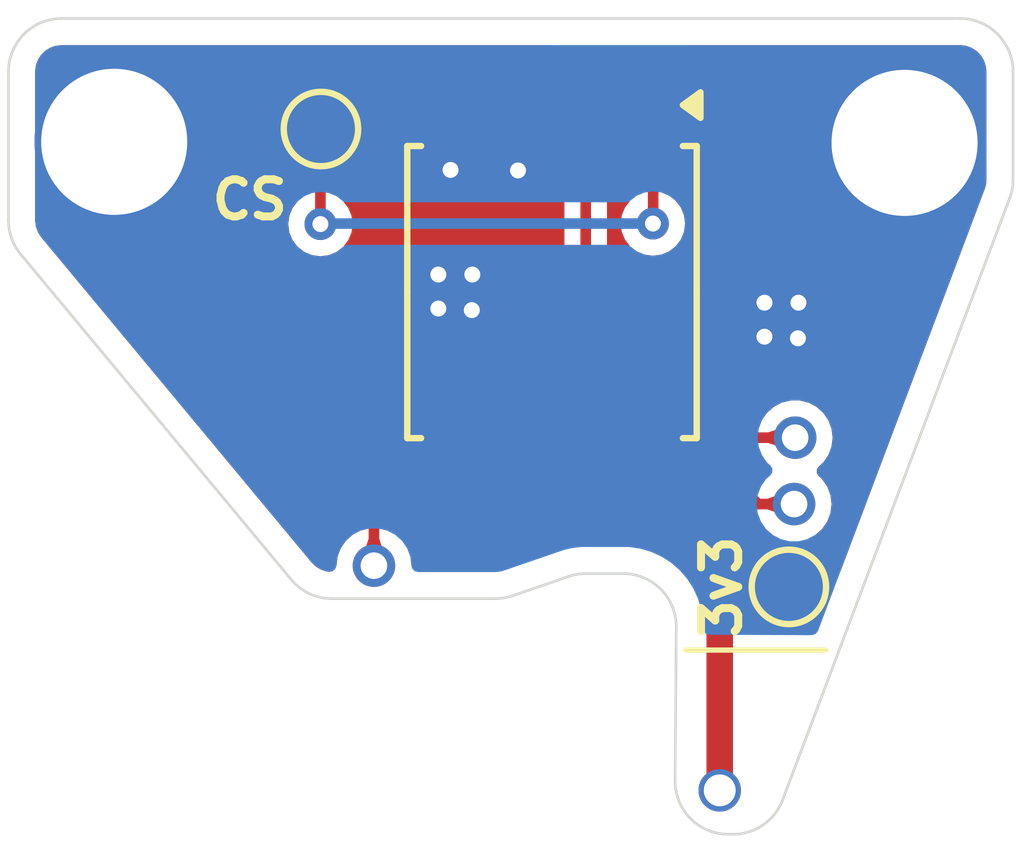
<source format=kicad_pcb>
(kicad_pcb (version 20240108) (generator "pcbnew") (generator_version "8.0")
  (layers (0 "F.Cu" signal) (31 "B.Cu" signal) (34 "B.Paste" user) (35 "F.Paste" user) (36 "B.SilkS" user "B.Silkscreen") (37 "F.SilkS" user "F.Silkscreen") (38 "B.Mask" user) (39 "F.Mask" user) (44 "Edge.Cuts" user))
  (net 0 "")
  (net 1 "GND")
  (net 2 "CS")
  (net 3 "MOSI")
  (net 4 "CLK")
  (net 5 "3v3")
  (net 6 "MISO")
  (footprint "TestPoint:TestPoint_Pad_D1.0mm" (layer "F.Cu") (at 141.02 85.76)
    (property "Reference" "3v3" (at -1.27 0 90) (layer "F.SilkS") (effects (font (size 0.7 0.7))))
    (property "Value" "TestPoint_Pad_D1.0mm" (hide yes))
    (fp_circle (center 0 0) (end 0 0.7) (stroke (width 0.12)) (fill none) (layer "F.SilkS"))
    (pad "1" smd circle (at 0 0) (size 1 1) (layers "F.Cu" "F.Mask") (net 5 "3v3"))
  )
  (footprint "wiiu:NPTH_3mm_ID" (layer "F.Cu") (at 128.317666 77.381042)
    (property "Reference" "H1" (at 0.06 0.09 0) (layer "F.SilkS"))
    (property "Value" "3mm_Mounting_Hole" (hide yes))
    (pad "" thru_hole circle (at 0 0) (size 3 3) (drill 2.75) (layers "*.Cu" "*.Mask") (net 1 "GND") (clearance 1.6))
  )
  (footprint "Package_SO:SOP-8_5.28x5.23mm_P1.27mm" (layer "F.Cu") (at 136.56 80.21 -90)
    (property "Reference" "U1" (hide yes))
    (property "Value" "~" (hide yes))
    (fp_line (start -2.75 2.725) (end -2.75 2.465) (stroke (width 0.12)) (layer "F.SilkS"))
    (fp_line (start 0 2.725) (end -2.75 2.725) (stroke (width 0.12)) (layer "F.SilkS"))
    (fp_line (start 0 2.725) (end 2.75 2.725) (stroke (width 0.12)) (layer "F.SilkS"))
    (fp_line (start 2.75 2.725) (end 2.75 2.465) (stroke (width 0.12)) (layer "F.SilkS"))
    (fp_line (start -2.75 -2.725) (end -2.75 -2.465) (stroke (width 0.12)) (layer "F.SilkS"))
    (fp_line (start 0 -2.725) (end -2.75 -2.725) (stroke (width 0.12)) (layer "F.SilkS"))
    (fp_line (start 0 -2.725) (end 2.75 -2.725) (stroke (width 0.12)) (layer "F.SilkS"))
    (fp_line (start 2.75 -2.725) (end 2.75 -2.465) (stroke (width 0.12)) (layer "F.SilkS"))
    (fp_poly (pts (xy -3.52 -2.465) (xy -3.76 -2.795) (xy -3.28 -2.795) (xy -3.52 -2.465)) (stroke (width 0.12)) (fill solid) (layer "F.SilkS"))
    (pad "1" smd roundrect (at -3.6 -1.905 270) (size 1.6 0.6) (layers "F.Cu" "F.Paste" "F.Mask") (net 2 "CS"))
    (pad "2" smd roundrect (at -3.6 -0.635 270) (size 1.6 0.6) (layers "F.Cu" "F.Paste" "F.Mask") (net 6 "MISO"))
    (pad "3" smd roundrect (at -3.6 0.635 270) (size 1.6 0.6) (layers "F.Cu" "F.Paste" "F.Mask") (net 1 "GND"))
    (pad "4" smd roundrect (at -3.6 1.905 270) (size 1.6 0.6) (layers "F.Cu" "F.Paste" "F.Mask") (net 1 "GND"))
    (pad "5" smd roundrect (at 3.6 1.905 270) (size 1.6 0.6) (layers "F.Cu" "F.Paste" "F.Mask") (net 3 "MOSI"))
    (pad "6" smd roundrect (at 3.6 0.635 270) (size 1.6 0.6) (layers "F.Cu" "F.Paste" "F.Mask") (net 4 "CLK"))
    (pad "7" smd roundrect (at 3.6 -0.635 270) (size 1.6 0.6) (layers "F.Cu" "F.Paste" "F.Mask") (net 5 "3v3"))
    (pad "8" smd roundrect (at 3.6 -1.905 270) (size 1.6 0.6) (layers "F.Cu" "F.Paste" "F.Mask") (net 5 "3v3"))
  )
  (footprint "TestPoint:TestPoint_Pad_D1.0mm" (layer "F.Cu") (at 132.21 77.14)
    (property "Reference" "CS" (at -1.34 1.33 0) (layer "F.SilkS") (effects (font (size 0.7 0.7))))
    (property "Value" "TestPoint_Pad_D1.0mm" (hide yes))
    (fp_circle (center 0 0) (end 0 0.7) (stroke (width 0.12)) (fill none) (layer "F.SilkS"))
    (pad "1" smd circle (at 0 0) (size 1 1) (layers "F.Cu" "F.Mask") (net 2 "CS"))
  )
  (footprint "wiiu:wii-single-via-0.5mm" (layer "F.Cu") (at 139.717666 89.591042)
    (property "Reference" "J32" (hide yes))
    (property "Value" "Conn_01x01" (hide yes))
    (pad "1" thru_hole circle (at 0 0 270) (size 0.8 0.508) (drill 0.6) (layers "*.Cu" "*.Mask") (net 5 "3v3"))
  )
  (footprint "wiiu:wii-single-via-0.5mm" (layer "F.Cu") (at 141.137666 82.951042)
    (property "Reference" "J32" (hide yes))
    (property "Value" "Conn_01x01" (hide yes))
    (pad "1" thru_hole circle (at 0 0 270) (size 0.8 0.508) (drill 0.5) (layers "*.Cu" "*.Mask") (net 3 "MOSI"))
  )
  (footprint "wiiu:wii-single-via-0.5mm" (layer "F.Cu") (at 141.117666 84.201042)
    (property "Reference" "J32" (hide yes))
    (property "Value" "Conn_01x01" (hide yes))
    (pad "1" thru_hole circle (at 0 0 270) (size 0.8 0.508) (drill 0.5) (layers "*.Cu" "*.Mask") (net 4 "CLK"))
  )
  (footprint "wiiu:wii-single-via-0.5mm" (layer "F.Cu") (at 133.207666 85.361042)
    (property "Reference" "J32" (hide yes))
    (property "Value" "Conn_01x01" (hide yes))
    (pad "1" thru_hole circle (at 0 0 270) (size 0.8 0.508) (drill 0.5) (layers "*.Cu" "*.Mask") (net 6 "MISO"))
  )
  (footprint "wiiu:NPTH_3mm_ID" (layer "F.Cu") (at 143.197666 77.401042)
    (property "Reference" "H1" (at 0.06 0.09 0) (layer "F.SilkS"))
    (property "Value" "3mm_Mounting_Hole" (hide yes))
    (pad "" thru_hole circle (at 0 0) (size 3 3) (drill 2.75) (layers "*.Cu" "*.Mask") (net 1 "GND") (clearance 1.6))
  )
  (gr_line (start 139.08 86.95) (end 141.71 86.95) (stroke (width 0.1)) (layer "F.SilkS"))
  (gr_line (start 140.897985 89.78247) (end 145.175622 78.444728) (stroke (width 0.05)) (layer "Edge.Cuts"))
  (gr_arc (start 126.558737 79.498952) (mid 126.387214 79.199522) (end 126.327666 78.859618) (stroke (width 0.05)) (layer "Edge.Cuts"))
  (gr_line (start 138.9 86.51) (end 138.877666 89.41705) (stroke (width 0.05)) (layer "Edge.Cuts"))
  (gr_line (start 127.327161 75.059057) (end 144.24 75.059057) (stroke (width 0.05)) (layer "Edge.Cuts"))
  (gr_line (start 135.81831 85.927007) (end 136.870515 85.56453) (stroke (width 0.05)) (layer "Edge.Cuts"))
  (gr_arc (start 139.872499 90.417037) (mid 139.168732 90.122328) (end 138.877666 89.41705) (stroke (width 0.05)) (layer "Edge.Cuts"))
  (gr_arc (start 137.9 85.51) (mid 138.607107 85.802893) (end 138.9 86.51) (stroke (width 0.05)) (layer "Edge.Cuts"))
  (gr_line (start 139.872499 90.417037) (end 139.961794 90.417498) (stroke (width 0.05)) (layer "Edge.Cuts"))
  (gr_arc (start 136.870515 85.56453) (mid 137.031103 85.523731) (end 137.196223 85.51) (stroke (width 0.05)) (layer "Edge.Cuts"))
  (gr_arc (start 135.81831 85.927007) (mid 135.657722 85.967809) (end 135.492602 85.981536) (stroke (width 0.05)) (layer "Edge.Cuts"))
  (gr_line (start 132.415322 85.981536) (end 135.492602 85.981536) (stroke (width 0.05)) (layer "Edge.Cuts"))
  (gr_line (start 145.24 76.059057) (end 145.24 78.091725) (stroke (width 0.05)) (layer "Edge.Cuts"))
  (gr_arc (start 132.415322 85.981536) (mid 131.992015 85.886379) (end 131.648874 85.620873) (stroke (width 0.05)) (layer "Edge.Cuts"))
  (gr_arc (start 140.897985 89.78247) (mid 140.52832 90.245099) (end 139.961794 90.417498) (stroke (width 0.05)) (layer "Edge.Cuts"))
  (gr_line (start 131.648874 85.620873) (end 126.558737 79.498952) (stroke (width 0.05)) (layer "Edge.Cuts"))
  (gr_arc (start 145.24 78.091725) (mid 145.22377 78.271137) (end 145.175622 78.444728) (stroke (width 0.05)) (layer "Edge.Cuts"))
  (gr_arc (start 144.24 75.059057) (mid 144.947107 75.35195) (end 145.24 76.059057) (stroke (width 0.05)) (layer "Edge.Cuts"))
  (gr_line (start 137.196223 85.51) (end 137.9 85.51) (stroke (width 0.05)) (layer "Edge.Cuts"))
  (gr_line (start 126.327666 78.859618) (end 126.327666 76.059057) (stroke (width 0.05)) (layer "Edge.Cuts"))
  (gr_arc (start 126.327666 76.059057) (mid 126.620394 75.352145) (end 127.327161 75.059057) (stroke (width 0.05)) (layer "Edge.Cuts"))
  (via (at 134.65 77.91) (size 0.6) (drill 0.3) (layers "F.Cu" "B.Cu") (net 1))
  (via (at 135.05 80.55) (size 0.6) (drill 0.3) (layers "F.Cu" "B.Cu") (net 1))
  (via (at 140.56 81.05) (size 0.6) (drill 0.3) (layers "F.Cu" "B.Cu") (net 1))
  (via (at 135.06 79.88) (size 0.6) (drill 0.3) (layers "F.Cu" "B.Cu") (net 1))
  (via (at 135.92 77.92) (size 0.6) (drill 0.3) (layers "F.Cu" "B.Cu") (net 1))
  (via (at 134.42 80.52) (size 0.6) (drill 0.3) (layers "F.Cu" "B.Cu") (net 1))
  (via (at 141.19 81.08) (size 0.6) (drill 0.3) (layers "F.Cu" "B.Cu") (net 1))
  (via (at 134.42 79.88) (size 0.6) (drill 0.3) (layers "F.Cu" "B.Cu") (net 1))
  (via (at 141.2 80.41) (size 0.6) (drill 0.3) (layers "F.Cu" "B.Cu") (net 1))
  (via (at 140.56 80.41) (size 0.6) (drill 0.3) (layers "F.Cu" "B.Cu") (net 1))
  (segment (start 132.2 77.15) (end 132.21 77.14) (width 0.2) (layer "F.Cu") (net 2))
  (segment (start 138.465 78.915) (end 138.46 78.92) (width 0.2) (layer "F.Cu") (net 2))
  (segment (start 138.465 76.61) (end 138.465 78.915) (width 0.2) (layer "F.Cu") (net 2))
  (segment (start 132.2 78.93) (end 132.2 77.15) (width 0.2) (layer "F.Cu") (net 2))
  (via (at 132.2 78.93) (size 0.6) (drill 0.3) (layers "F.Cu" "B.Cu") (net 2))
  (via (at 138.46 78.92) (size 0.6) (drill 0.3) (layers "F.Cu" "B.Cu") (net 2))
  (segment (start 132.21 78.92) (end 132.2 78.93) (width 0.2) (layer "B.Cu") (net 2))
  (segment (start 138.46 78.92) (end 132.21 78.92) (width 0.2) (layer "B.Cu") (net 2))
  (segment (start 134.655 83.010001) (end 135.355001 82.31) (width 0.2) (layer "F.Cu") (net 3))
  (segment (start 134.655 83.81) (end 134.655 83.010001) (width 0.2) (layer "F.Cu") (net 3))
  (segment (start 135.355001 82.31) (end 139.115686 82.31) (width 0.2) (layer "F.Cu") (net 3))
  (segment (start 139.115686 82.31) (end 139.756728 82.951042) (width 0.2) (layer "F.Cu") (net 3))
  (segment (start 139.756728 82.951042) (end 141.137666 82.951042) (width 0.2) (layer "F.Cu") (net 3))
  (segment (start 136.225001 82.71) (end 138.95 82.71) (width 0.2) (layer "F.Cu") (net 4))
  (segment (start 135.925 83.81) (end 135.925 83.010001) (width 0.2) (layer "F.Cu") (net 4))
  (segment (start 135.925 83.010001) (end 136.225001 82.71) (width 0.2) (layer "F.Cu") (net 4))
  (segment (start 138.95 82.71) (end 140.441042 84.201042) (width 0.2) (layer "F.Cu") (net 4))
  (segment (start 140.441042 84.201042) (end 141.117666 84.201042) (width 0.2) (layer "F.Cu") (net 4))
  (segment (start 139.717666 89.591042) (end 139.717666 84.377666) (width 0.5) (layer "F.Cu") (net 5))
  (segment (start 139.797666 85.76) (end 141.02 85.76) (width 0.5) (layer "F.Cu") (net 5))
  (segment (start 139.15 83.81) (end 138.465 83.81) (width 0.5) (layer "F.Cu") (net 5))
  (segment (start 137.195 83.81) (end 138.465 83.81) (width 0.5) (layer "F.Cu") (net 5))
  (segment (start 139.717666 84.377666) (end 139.15 83.81) (width 0.5) (layer "F.Cu") (net 5))
  (segment (start 137.195 79.829448) (end 137.195 76.61) (width 0.2) (layer "F.Cu") (net 6))
  (segment (start 133.207666 85.361042) (end 133.207666 83.816782) (width 0.2) (layer "F.Cu") (net 6))
  (segment (start 133.207666 83.816782) (end 137.195 79.829448) (width 0.2) (layer "F.Cu") (net 6))
  (zone (net 1) (net_name "GND") (layers "F&B.Cu") (connect_pads (clearance 0.3)) (min_thickness 0.25) (fill yes (thermal_gap 0.5) (thermal_bridge_width 0.5))
    (polygon (pts (xy 145.457666 79.171042) (xy 145.437666 74.731042) (xy 126.297666 74.711042) (xy 126.167666 79.551042) (xy 135.657666 90.481042) (xy 140.977666 90.591042)))
  )
  (zone (net 0) (net_name "") (layer "B.Cu") (connect_pads (clearance 0)) (min_thickness 0.25)
    (keepout (tracks allowed) (vias allowed) (pads allowed) (copperpour not_allowed) (footprints allowed))
    (fill (thermal_gap 0.5) (thermal_bridge_width 0.5))
    (polygon (pts (xy 139.07 86.66) (xy 141.59 86.67) (xy 140.6 89.52) (xy 139.22 89.08)))
  )
)
</source>
